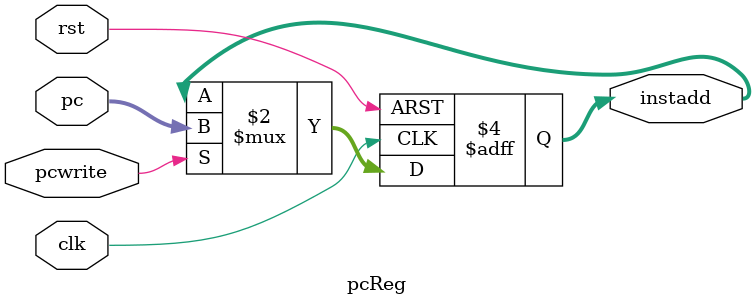
<source format=v>
module pcReg(input clk, rst,pcwrite, input[31:0] pc, output reg[31:0] instadd);
  always@(posedge clk, posedge rst)begin
    if(rst) instadd <= 32'b0;
    else begin
      if (pcwrite) instadd <= pc;
    end
  end
endmodule
</source>
